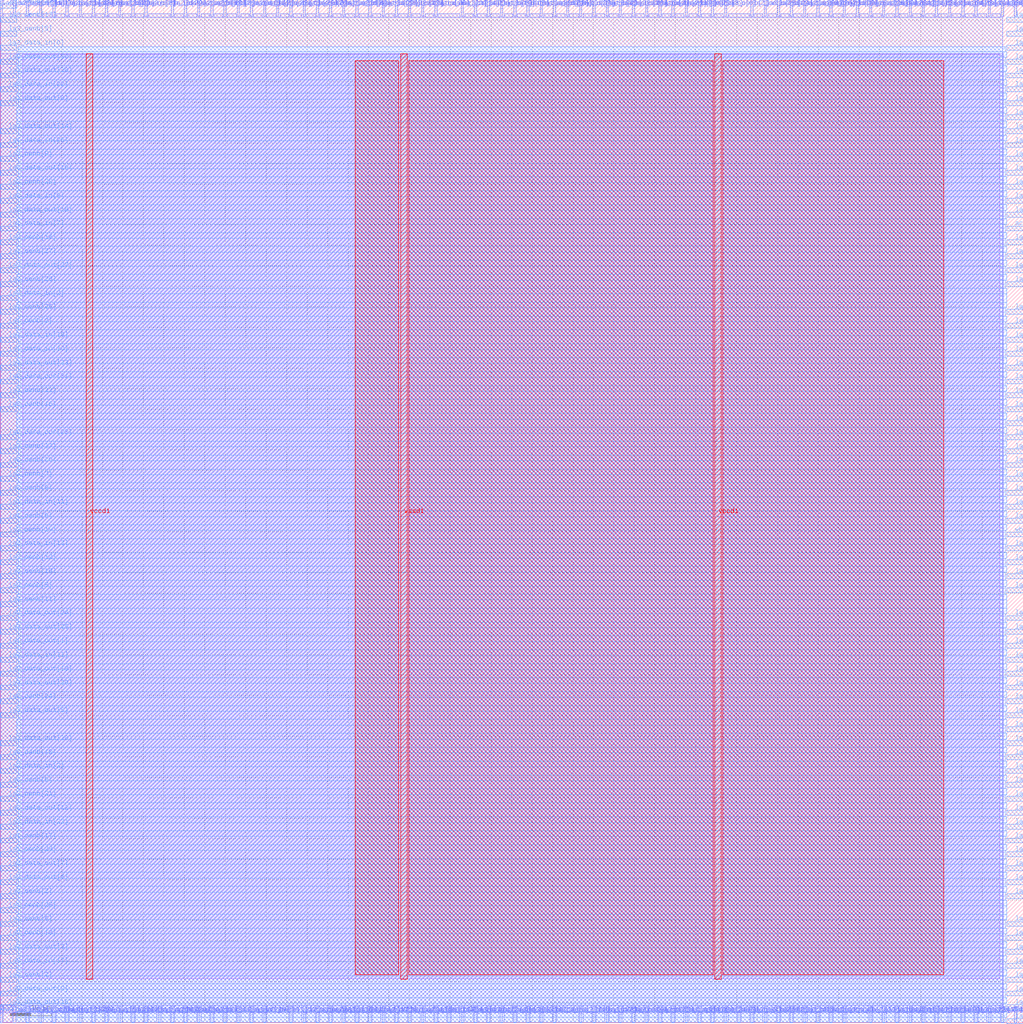
<source format=lef>
VERSION 5.7 ;
  NOWIREEXTENSIONATPIN ON ;
  DIVIDERCHAR "/" ;
  BUSBITCHARS "[]" ;
MACRO wrapped_instrumented_adder_brent
  CLASS BLOCK ;
  FOREIGN wrapped_instrumented_adder_brent ;
  ORIGIN 0.000 0.000 ;
  SIZE 250.000 BY 250.000 ;
  PIN active
    DIRECTION INPUT ;
    USE SIGNAL ;
    PORT
      LAYER met3 ;
        RECT 246.000 193.540 250.000 194.740 ;
    END
  END active
  PIN la1_data_in[0]
    DIRECTION INPUT ;
    USE SIGNAL ;
    PORT
      LAYER met2 ;
        RECT 64.350 246.000 64.910 250.000 ;
    END
  END la1_data_in[0]
  PIN la1_data_in[10]
    DIRECTION INPUT ;
    USE SIGNAL ;
    PORT
      LAYER met3 ;
        RECT 0.000 162.940 4.000 164.140 ;
    END
  END la1_data_in[10]
  PIN la1_data_in[11]
    DIRECTION INPUT ;
    USE SIGNAL ;
    PORT
      LAYER met3 ;
        RECT 0.000 125.540 4.000 126.740 ;
    END
  END la1_data_in[11]
  PIN la1_data_in[12]
    DIRECTION INPUT ;
    USE SIGNAL ;
    PORT
      LAYER met2 ;
        RECT 12.830 246.000 13.390 250.000 ;
    END
  END la1_data_in[12]
  PIN la1_data_in[13]
    DIRECTION INPUT ;
    USE SIGNAL ;
    PORT
      LAYER met3 ;
        RECT 246.000 169.740 250.000 170.940 ;
    END
  END la1_data_in[13]
  PIN la1_data_in[14]
    DIRECTION INPUT ;
    USE SIGNAL ;
    PORT
      LAYER met2 ;
        RECT 148.070 0.000 148.630 4.000 ;
    END
  END la1_data_in[14]
  PIN la1_data_in[15]
    DIRECTION INPUT ;
    USE SIGNAL ;
    PORT
      LAYER met2 ;
        RECT 77.230 0.000 77.790 4.000 ;
    END
  END la1_data_in[15]
  PIN la1_data_in[16]
    DIRECTION INPUT ;
    USE SIGNAL ;
    PORT
      LAYER met2 ;
        RECT 148.070 246.000 148.630 250.000 ;
    END
  END la1_data_in[16]
  PIN la1_data_in[17]
    DIRECTION INPUT ;
    USE SIGNAL ;
    PORT
      LAYER met2 ;
        RECT 93.330 246.000 93.890 250.000 ;
    END
  END la1_data_in[17]
  PIN la1_data_in[18]
    DIRECTION INPUT ;
    USE SIGNAL ;
    PORT
      LAYER met3 ;
        RECT 0.000 166.340 4.000 167.540 ;
    END
  END la1_data_in[18]
  PIN la1_data_in[19]
    DIRECTION INPUT ;
    USE SIGNAL ;
    PORT
      LAYER met3 ;
        RECT 246.000 20.140 250.000 21.340 ;
    END
  END la1_data_in[19]
  PIN la1_data_in[1]
    DIRECTION INPUT ;
    USE SIGNAL ;
    PORT
      LAYER met2 ;
        RECT 109.430 0.000 109.990 4.000 ;
    END
  END la1_data_in[1]
  PIN la1_data_in[20]
    DIRECTION INPUT ;
    USE SIGNAL ;
    PORT
      LAYER met2 ;
        RECT 180.270 0.000 180.830 4.000 ;
    END
  END la1_data_in[20]
  PIN la1_data_in[21]
    DIRECTION INPUT ;
    USE SIGNAL ;
    PORT
      LAYER met3 ;
        RECT 246.000 47.340 250.000 48.540 ;
    END
  END la1_data_in[21]
  PIN la1_data_in[22]
    DIRECTION INPUT ;
    USE SIGNAL ;
    PORT
      LAYER met2 ;
        RECT 235.010 0.000 235.570 4.000 ;
    END
  END la1_data_in[22]
  PIN la1_data_in[23]
    DIRECTION INPUT ;
    USE SIGNAL ;
    PORT
      LAYER met2 ;
        RECT 218.910 0.000 219.470 4.000 ;
    END
  END la1_data_in[23]
  PIN la1_data_in[24]
    DIRECTION INPUT ;
    USE SIGNAL ;
    PORT
      LAYER met3 ;
        RECT 246.000 3.140 250.000 4.340 ;
    END
  END la1_data_in[24]
  PIN la1_data_in[25]
    DIRECTION INPUT ;
    USE SIGNAL ;
    PORT
      LAYER met2 ;
        RECT 241.450 0.000 242.010 4.000 ;
    END
  END la1_data_in[25]
  PIN la1_data_in[26]
    DIRECTION INPUT ;
    USE SIGNAL ;
    PORT
      LAYER met3 ;
        RECT 0.000 213.940 4.000 215.140 ;
    END
  END la1_data_in[26]
  PIN la1_data_in[27]
    DIRECTION INPUT ;
    USE SIGNAL ;
    PORT
      LAYER met3 ;
        RECT 246.000 230.940 250.000 232.140 ;
    END
  END la1_data_in[27]
  PIN la1_data_in[28]
    DIRECTION INPUT ;
    USE SIGNAL ;
    PORT
      LAYER met3 ;
        RECT 246.000 145.940 250.000 147.140 ;
    END
  END la1_data_in[28]
  PIN la1_data_in[29]
    DIRECTION INPUT ;
    USE SIGNAL ;
    PORT
      LAYER met3 ;
        RECT 246.000 115.340 250.000 116.540 ;
    END
  END la1_data_in[29]
  PIN la1_data_in[2]
    DIRECTION INPUT ;
    USE SIGNAL ;
    PORT
      LAYER met2 ;
        RECT 25.710 0.000 26.270 4.000 ;
    END
  END la1_data_in[2]
  PIN la1_data_in[30]
    DIRECTION INPUT ;
    USE SIGNAL ;
    PORT
      LAYER met3 ;
        RECT 246.000 37.140 250.000 38.340 ;
    END
  END la1_data_in[30]
  PIN la1_data_in[31]
    DIRECTION INPUT ;
    USE SIGNAL ;
    PORT
      LAYER met2 ;
        RECT 9.610 246.000 10.170 250.000 ;
    END
  END la1_data_in[31]
  PIN la1_data_in[3]
    DIRECTION INPUT ;
    USE SIGNAL ;
    PORT
      LAYER met2 ;
        RECT 206.030 0.000 206.590 4.000 ;
    END
  END la1_data_in[3]
  PIN la1_data_in[4]
    DIRECTION INPUT ;
    USE SIGNAL ;
    PORT
      LAYER met2 ;
        RECT 199.590 0.000 200.150 4.000 ;
    END
  END la1_data_in[4]
  PIN la1_data_in[5]
    DIRECTION INPUT ;
    USE SIGNAL ;
    PORT
      LAYER met3 ;
        RECT 246.000 166.340 250.000 167.540 ;
    END
  END la1_data_in[5]
  PIN la1_data_in[6]
    DIRECTION INPUT ;
    USE SIGNAL ;
    PORT
      LAYER met3 ;
        RECT 246.000 43.940 250.000 45.140 ;
    END
  END la1_data_in[6]
  PIN la1_data_in[7]
    DIRECTION INPUT ;
    USE SIGNAL ;
    PORT
      LAYER met3 ;
        RECT 0.000 193.540 4.000 194.740 ;
    END
  END la1_data_in[7]
  PIN la1_data_in[8]
    DIRECTION INPUT ;
    USE SIGNAL ;
    PORT
      LAYER met2 ;
        RECT 196.370 0.000 196.930 4.000 ;
    END
  END la1_data_in[8]
  PIN la1_data_in[9]
    DIRECTION INPUT ;
    USE SIGNAL ;
    PORT
      LAYER met2 ;
        RECT 177.050 0.000 177.610 4.000 ;
    END
  END la1_data_in[9]
  PIN la1_data_out[0]
    DIRECTION INOUT ;
    USE SIGNAL ;
    PORT
      LAYER met3 ;
        RECT 0.000 224.140 4.000 225.340 ;
    END
  END la1_data_out[0]
  PIN la1_data_out[10]
    DIRECTION INOUT ;
    USE SIGNAL ;
    PORT
      LAYER met2 ;
        RECT 160.950 246.000 161.510 250.000 ;
    END
  END la1_data_out[10]
  PIN la1_data_out[11]
    DIRECTION INOUT ;
    USE SIGNAL ;
    PORT
      LAYER met2 ;
        RECT 99.770 0.000 100.330 4.000 ;
    END
  END la1_data_out[11]
  PIN la1_data_out[12]
    DIRECTION INOUT ;
    USE SIGNAL ;
    PORT
      LAYER met3 ;
        RECT 246.000 190.140 250.000 191.340 ;
    END
  END la1_data_out[12]
  PIN la1_data_out[13]
    DIRECTION INOUT ;
    USE SIGNAL ;
    PORT
      LAYER met3 ;
        RECT 246.000 139.140 250.000 140.340 ;
    END
  END la1_data_out[13]
  PIN la1_data_out[14]
    DIRECTION INOUT ;
    USE SIGNAL ;
    PORT
      LAYER met2 ;
        RECT 106.210 246.000 106.770 250.000 ;
    END
  END la1_data_out[14]
  PIN la1_data_out[15]
    DIRECTION INOUT ;
    USE SIGNAL ;
    PORT
      LAYER met2 ;
        RECT 54.690 0.000 55.250 4.000 ;
    END
  END la1_data_out[15]
  PIN la1_data_out[16]
    DIRECTION INOUT ;
    USE SIGNAL ;
    PORT
      LAYER met2 ;
        RECT 125.530 246.000 126.090 250.000 ;
    END
  END la1_data_out[16]
  PIN la1_data_out[17]
    DIRECTION INOUT ;
    USE SIGNAL ;
    PORT
      LAYER met2 ;
        RECT 54.690 246.000 55.250 250.000 ;
    END
  END la1_data_out[17]
  PIN la1_data_out[18]
    DIRECTION INOUT ;
    USE SIGNAL ;
    PORT
      LAYER met2 ;
        RECT 128.750 246.000 129.310 250.000 ;
    END
  END la1_data_out[18]
  PIN la1_data_out[19]
    DIRECTION INOUT ;
    USE SIGNAL ;
    PORT
      LAYER met3 ;
        RECT 246.000 81.340 250.000 82.540 ;
    END
  END la1_data_out[19]
  PIN la1_data_out[1]
    DIRECTION INOUT ;
    USE SIGNAL ;
    PORT
      LAYER met3 ;
        RECT 0.000 91.540 4.000 92.740 ;
    END
  END la1_data_out[1]
  PIN la1_data_out[20]
    DIRECTION INOUT ;
    USE SIGNAL ;
    PORT
      LAYER met3 ;
        RECT 0.000 230.940 4.000 232.140 ;
    END
  END la1_data_out[20]
  PIN la1_data_out[21]
    DIRECTION INOUT ;
    USE SIGNAL ;
    PORT
      LAYER met2 ;
        RECT 167.390 0.000 167.950 4.000 ;
    END
  END la1_data_out[21]
  PIN la1_data_out[22]
    DIRECTION INOUT ;
    USE SIGNAL ;
    PORT
      LAYER met2 ;
        RECT 19.270 246.000 19.830 250.000 ;
    END
  END la1_data_out[22]
  PIN la1_data_out[23]
    DIRECTION INOUT ;
    USE SIGNAL ;
    PORT
      LAYER met3 ;
        RECT 0.000 159.540 4.000 160.740 ;
    END
  END la1_data_out[23]
  PIN la1_data_out[24]
    DIRECTION INOUT ;
    USE SIGNAL ;
    PORT
      LAYER met2 ;
        RECT 215.690 0.000 216.250 4.000 ;
    END
  END la1_data_out[24]
  PIN la1_data_out[25]
    DIRECTION INOUT ;
    USE SIGNAL ;
    PORT
      LAYER met2 ;
        RECT 235.010 246.000 235.570 250.000 ;
    END
  END la1_data_out[25]
  PIN la1_data_out[26]
    DIRECTION INOUT ;
    USE SIGNAL ;
    PORT
      LAYER met3 ;
        RECT 246.000 237.740 250.000 238.940 ;
    END
  END la1_data_out[26]
  PIN la1_data_out[27]
    DIRECTION INOUT ;
    USE SIGNAL ;
    PORT
      LAYER met3 ;
        RECT 246.000 105.140 250.000 106.340 ;
    END
  END la1_data_out[27]
  PIN la1_data_out[28]
    DIRECTION INOUT ;
    USE SIGNAL ;
    PORT
      LAYER met3 ;
        RECT 246.000 207.140 250.000 208.340 ;
    END
  END la1_data_out[28]
  PIN la1_data_out[29]
    DIRECTION INOUT ;
    USE SIGNAL ;
    PORT
      LAYER met2 ;
        RECT 193.150 246.000 193.710 250.000 ;
    END
  END la1_data_out[29]
  PIN la1_data_out[2]
    DIRECTION INOUT ;
    USE SIGNAL ;
    PORT
      LAYER met2 ;
        RECT 225.350 0.000 225.910 4.000 ;
    END
  END la1_data_out[2]
  PIN la1_data_out[30]
    DIRECTION INOUT ;
    USE SIGNAL ;
    PORT
      LAYER met2 ;
        RECT 38.590 0.000 39.150 4.000 ;
    END
  END la1_data_out[30]
  PIN la1_data_out[31]
    DIRECTION INOUT ;
    USE SIGNAL ;
    PORT
      LAYER met2 ;
        RECT 212.470 246.000 213.030 250.000 ;
    END
  END la1_data_out[31]
  PIN la1_data_out[3]
    DIRECTION INOUT ;
    USE SIGNAL ;
    PORT
      LAYER met2 ;
        RECT 86.890 0.000 87.450 4.000 ;
    END
  END la1_data_out[3]
  PIN la1_data_out[4]
    DIRECTION INOUT ;
    USE SIGNAL ;
    PORT
      LAYER met3 ;
        RECT 246.000 128.940 250.000 130.140 ;
    END
  END la1_data_out[4]
  PIN la1_data_out[5]
    DIRECTION INOUT ;
    USE SIGNAL ;
    PORT
      LAYER met2 ;
        RECT 19.270 0.000 19.830 4.000 ;
    END
  END la1_data_out[5]
  PIN la1_data_out[6]
    DIRECTION INOUT ;
    USE SIGNAL ;
    PORT
      LAYER met3 ;
        RECT 246.000 196.940 250.000 198.140 ;
    END
  END la1_data_out[6]
  PIN la1_data_out[7]
    DIRECTION INOUT ;
    USE SIGNAL ;
    PORT
      LAYER met2 ;
        RECT 135.190 246.000 135.750 250.000 ;
    END
  END la1_data_out[7]
  PIN la1_data_out[8]
    DIRECTION INOUT ;
    USE SIGNAL ;
    PORT
      LAYER met2 ;
        RECT 199.590 246.000 200.150 250.000 ;
    END
  END la1_data_out[8]
  PIN la1_data_out[9]
    DIRECTION INOUT ;
    USE SIGNAL ;
    PORT
      LAYER met3 ;
        RECT 246.000 60.940 250.000 62.140 ;
    END
  END la1_data_out[9]
  PIN la1_oenb[0]
    DIRECTION INPUT ;
    USE SIGNAL ;
    PORT
      LAYER met2 ;
        RECT 74.010 246.000 74.570 250.000 ;
    END
  END la1_oenb[0]
  PIN la1_oenb[10]
    DIRECTION INPUT ;
    USE SIGNAL ;
    PORT
      LAYER met3 ;
        RECT 246.000 98.340 250.000 99.540 ;
    END
  END la1_oenb[10]
  PIN la1_oenb[11]
    DIRECTION INPUT ;
    USE SIGNAL ;
    PORT
      LAYER met3 ;
        RECT 246.000 67.740 250.000 68.940 ;
    END
  END la1_oenb[11]
  PIN la1_oenb[12]
    DIRECTION INPUT ;
    USE SIGNAL ;
    PORT
      LAYER met3 ;
        RECT 246.000 135.740 250.000 136.940 ;
    END
  END la1_oenb[12]
  PIN la1_oenb[13]
    DIRECTION INPUT ;
    USE SIGNAL ;
    PORT
      LAYER met2 ;
        RECT 64.350 0.000 64.910 4.000 ;
    END
  END la1_oenb[13]
  PIN la1_oenb[14]
    DIRECTION INPUT ;
    USE SIGNAL ;
    PORT
      LAYER met3 ;
        RECT 246.000 217.340 250.000 218.540 ;
    END
  END la1_oenb[14]
  PIN la1_oenb[15]
    DIRECTION INPUT ;
    USE SIGNAL ;
    PORT
      LAYER met2 ;
        RECT 96.550 246.000 97.110 250.000 ;
    END
  END la1_oenb[15]
  PIN la1_oenb[16]
    DIRECTION INPUT ;
    USE SIGNAL ;
    PORT
      LAYER met2 ;
        RECT 122.310 246.000 122.870 250.000 ;
    END
  END la1_oenb[16]
  PIN la1_oenb[17]
    DIRECTION INPUT ;
    USE SIGNAL ;
    PORT
      LAYER met3 ;
        RECT 0.000 43.940 4.000 45.140 ;
    END
  END la1_oenb[17]
  PIN la1_oenb[18]
    DIRECTION INPUT ;
    USE SIGNAL ;
    PORT
      LAYER met2 ;
        RECT 131.970 246.000 132.530 250.000 ;
    END
  END la1_oenb[18]
  PIN la1_oenb[19]
    DIRECTION INPUT ;
    USE SIGNAL ;
    PORT
      LAYER met3 ;
        RECT 246.000 23.540 250.000 24.740 ;
    END
  END la1_oenb[19]
  PIN la1_oenb[1]
    DIRECTION INPUT ;
    USE SIGNAL ;
    PORT
      LAYER met3 ;
        RECT 246.000 241.140 250.000 242.340 ;
    END
  END la1_oenb[1]
  PIN la1_oenb[20]
    DIRECTION INPUT ;
    USE SIGNAL ;
    PORT
      LAYER met2 ;
        RECT 106.210 0.000 106.770 4.000 ;
    END
  END la1_oenb[20]
  PIN la1_oenb[21]
    DIRECTION INPUT ;
    USE SIGNAL ;
    PORT
      LAYER met2 ;
        RECT 112.650 246.000 113.210 250.000 ;
    END
  END la1_oenb[21]
  PIN la1_oenb[22]
    DIRECTION INPUT ;
    USE SIGNAL ;
    PORT
      LAYER met2 ;
        RECT 61.130 0.000 61.690 4.000 ;
    END
  END la1_oenb[22]
  PIN la1_oenb[23]
    DIRECTION INPUT ;
    USE SIGNAL ;
    PORT
      LAYER met3 ;
        RECT 0.000 247.940 4.000 249.140 ;
    END
  END la1_oenb[23]
  PIN la1_oenb[24]
    DIRECTION INPUT ;
    USE SIGNAL ;
    PORT
      LAYER met2 ;
        RECT 247.890 0.000 248.450 4.000 ;
    END
  END la1_oenb[24]
  PIN la1_oenb[25]
    DIRECTION INPUT ;
    USE SIGNAL ;
    PORT
      LAYER met3 ;
        RECT 0.000 26.940 4.000 28.140 ;
    END
  END la1_oenb[25]
  PIN la1_oenb[26]
    DIRECTION INPUT ;
    USE SIGNAL ;
    PORT
      LAYER met3 ;
        RECT 0.000 173.140 4.000 174.340 ;
    END
  END la1_oenb[26]
  PIN la1_oenb[27]
    DIRECTION INPUT ;
    USE SIGNAL ;
    PORT
      LAYER met3 ;
        RECT 0.000 186.740 4.000 187.940 ;
    END
  END la1_oenb[27]
  PIN la1_oenb[28]
    DIRECTION INPUT ;
    USE SIGNAL ;
    PORT
      LAYER met3 ;
        RECT 0.000 40.540 4.000 41.740 ;
    END
  END la1_oenb[28]
  PIN la1_oenb[29]
    DIRECTION INPUT ;
    USE SIGNAL ;
    PORT
      LAYER met3 ;
        RECT 246.000 71.140 250.000 72.340 ;
    END
  END la1_oenb[29]
  PIN la1_oenb[2]
    DIRECTION INPUT ;
    USE SIGNAL ;
    PORT
      LAYER met3 ;
        RECT 0.000 169.740 4.000 170.940 ;
    END
  END la1_oenb[2]
  PIN la1_oenb[30]
    DIRECTION INPUT ;
    USE SIGNAL ;
    PORT
      LAYER met3 ;
        RECT 246.000 152.740 250.000 153.940 ;
    END
  END la1_oenb[30]
  PIN la1_oenb[31]
    DIRECTION INPUT ;
    USE SIGNAL ;
    PORT
      LAYER met2 ;
        RECT 25.710 246.000 26.270 250.000 ;
    END
  END la1_oenb[31]
  PIN la1_oenb[3]
    DIRECTION INPUT ;
    USE SIGNAL ;
    PORT
      LAYER met2 ;
        RECT 57.910 0.000 58.470 4.000 ;
    END
  END la1_oenb[3]
  PIN la1_oenb[4]
    DIRECTION INPUT ;
    USE SIGNAL ;
    PORT
      LAYER met2 ;
        RECT 28.930 0.000 29.490 4.000 ;
    END
  END la1_oenb[4]
  PIN la1_oenb[5]
    DIRECTION INPUT ;
    USE SIGNAL ;
    PORT
      LAYER met2 ;
        RECT 83.670 246.000 84.230 250.000 ;
    END
  END la1_oenb[5]
  PIN la1_oenb[6]
    DIRECTION INPUT ;
    USE SIGNAL ;
    PORT
      LAYER met3 ;
        RECT 0.000 23.540 4.000 24.740 ;
    END
  END la1_oenb[6]
  PIN la1_oenb[7]
    DIRECTION INPUT ;
    USE SIGNAL ;
    PORT
      LAYER met3 ;
        RECT 246.000 213.940 250.000 215.140 ;
    END
  END la1_oenb[7]
  PIN la1_oenb[8]
    DIRECTION INPUT ;
    USE SIGNAL ;
    PORT
      LAYER met3 ;
        RECT 0.000 122.140 4.000 123.340 ;
    END
  END la1_oenb[8]
  PIN la1_oenb[9]
    DIRECTION INPUT ;
    USE SIGNAL ;
    PORT
      LAYER met2 ;
        RECT 228.570 0.000 229.130 4.000 ;
    END
  END la1_oenb[9]
  PIN la2_data_in[0]
    DIRECTION INPUT ;
    USE SIGNAL ;
    PORT
      LAYER met3 ;
        RECT 0.000 237.740 4.000 238.940 ;
    END
  END la2_data_in[0]
  PIN la2_data_in[10]
    DIRECTION INPUT ;
    USE SIGNAL ;
    PORT
      LAYER met2 ;
        RECT 12.830 0.000 13.390 4.000 ;
    END
  END la2_data_in[10]
  PIN la2_data_in[11]
    DIRECTION INPUT ;
    USE SIGNAL ;
    PORT
      LAYER met3 ;
        RECT 0.000 88.140 4.000 89.340 ;
    END
  END la2_data_in[11]
  PIN la2_data_in[12]
    DIRECTION INPUT ;
    USE SIGNAL ;
    PORT
      LAYER met2 ;
        RECT 218.910 246.000 219.470 250.000 ;
    END
  END la2_data_in[12]
  PIN la2_data_in[13]
    DIRECTION INPUT ;
    USE SIGNAL ;
    PORT
      LAYER met3 ;
        RECT 0.000 115.340 4.000 116.540 ;
    END
  END la2_data_in[13]
  PIN la2_data_in[14]
    DIRECTION INPUT ;
    USE SIGNAL ;
    PORT
      LAYER met2 ;
        RECT 80.450 0.000 81.010 4.000 ;
    END
  END la2_data_in[14]
  PIN la2_data_in[15]
    DIRECTION INPUT ;
    USE SIGNAL ;
    PORT
      LAYER met2 ;
        RECT 238.230 246.000 238.790 250.000 ;
    END
  END la2_data_in[15]
  PIN la2_data_in[16]
    DIRECTION INPUT ;
    USE SIGNAL ;
    PORT
      LAYER met3 ;
        RECT 246.000 -0.260 250.000 0.940 ;
    END
  END la2_data_in[16]
  PIN la2_data_in[17]
    DIRECTION INPUT ;
    USE SIGNAL ;
    PORT
      LAYER met3 ;
        RECT 246.000 159.540 250.000 160.740 ;
    END
  END la2_data_in[17]
  PIN la2_data_in[18]
    DIRECTION INPUT ;
    USE SIGNAL ;
    PORT
      LAYER met2 ;
        RECT 45.030 246.000 45.590 250.000 ;
    END
  END la2_data_in[18]
  PIN la2_data_in[19]
    DIRECTION INPUT ;
    USE SIGNAL ;
    PORT
      LAYER met3 ;
        RECT 246.000 6.540 250.000 7.740 ;
    END
  END la2_data_in[19]
  PIN la2_data_in[1]
    DIRECTION INPUT ;
    USE SIGNAL ;
    PORT
      LAYER met3 ;
        RECT 246.000 108.540 250.000 109.740 ;
    END
  END la2_data_in[1]
  PIN la2_data_in[20]
    DIRECTION INPUT ;
    USE SIGNAL ;
    PORT
      LAYER met2 ;
        RECT 41.810 0.000 42.370 4.000 ;
    END
  END la2_data_in[20]
  PIN la2_data_in[21]
    DIRECTION INPUT ;
    USE SIGNAL ;
    PORT
      LAYER met2 ;
        RECT 141.630 0.000 142.190 4.000 ;
    END
  END la2_data_in[21]
  PIN la2_data_in[22]
    DIRECTION INPUT ;
    USE SIGNAL ;
    PORT
      LAYER met2 ;
        RECT 61.130 246.000 61.690 250.000 ;
    END
  END la2_data_in[22]
  PIN la2_data_in[23]
    DIRECTION INPUT ;
    USE SIGNAL ;
    PORT
      LAYER met2 ;
        RECT 228.570 246.000 229.130 250.000 ;
    END
  END la2_data_in[23]
  PIN la2_data_in[24]
    DIRECTION INPUT ;
    USE SIGNAL ;
    PORT
      LAYER met2 ;
        RECT 80.450 246.000 81.010 250.000 ;
    END
  END la2_data_in[24]
  PIN la2_data_in[25]
    DIRECTION INPUT ;
    USE SIGNAL ;
    PORT
      LAYER met2 ;
        RECT 102.990 0.000 103.550 4.000 ;
    END
  END la2_data_in[25]
  PIN la2_data_in[26]
    DIRECTION INPUT ;
    USE SIGNAL ;
    PORT
      LAYER met2 ;
        RECT 99.770 246.000 100.330 250.000 ;
    END
  END la2_data_in[26]
  PIN la2_data_in[27]
    DIRECTION INPUT ;
    USE SIGNAL ;
    PORT
      LAYER met2 ;
        RECT 231.790 0.000 232.350 4.000 ;
    END
  END la2_data_in[27]
  PIN la2_data_in[28]
    DIRECTION INPUT ;
    USE SIGNAL ;
    PORT
      LAYER met2 ;
        RECT 67.570 246.000 68.130 250.000 ;
    END
  END la2_data_in[28]
  PIN la2_data_in[29]
    DIRECTION INPUT ;
    USE SIGNAL ;
    PORT
      LAYER met2 ;
        RECT 35.370 246.000 35.930 250.000 ;
    END
  END la2_data_in[29]
  PIN la2_data_in[2]
    DIRECTION INPUT ;
    USE SIGNAL ;
    PORT
      LAYER met3 ;
        RECT 0.000 60.940 4.000 62.140 ;
    END
  END la2_data_in[2]
  PIN la2_data_in[30]
    DIRECTION INPUT ;
    USE SIGNAL ;
    PORT
      LAYER met3 ;
        RECT 246.000 16.740 250.000 17.940 ;
    END
  END la2_data_in[30]
  PIN la2_data_in[31]
    DIRECTION INPUT ;
    USE SIGNAL ;
    PORT
      LAYER met2 ;
        RECT 122.310 0.000 122.870 4.000 ;
    END
  END la2_data_in[31]
  PIN la2_data_in[3]
    DIRECTION INPUT ;
    USE SIGNAL ;
    PORT
      LAYER met2 ;
        RECT 196.370 246.000 196.930 250.000 ;
    END
  END la2_data_in[3]
  PIN la2_data_in[4]
    DIRECTION INPUT ;
    USE SIGNAL ;
    PORT
      LAYER met2 ;
        RECT 154.510 246.000 155.070 250.000 ;
    END
  END la2_data_in[4]
  PIN la2_data_in[5]
    DIRECTION INPUT ;
    USE SIGNAL ;
    PORT
      LAYER met2 ;
        RECT 222.130 246.000 222.690 250.000 ;
    END
  END la2_data_in[5]
  PIN la2_data_in[6]
    DIRECTION INPUT ;
    USE SIGNAL ;
    PORT
      LAYER met2 ;
        RECT 135.190 0.000 135.750 4.000 ;
    END
  END la2_data_in[6]
  PIN la2_data_in[7]
    DIRECTION INPUT ;
    USE SIGNAL ;
    PORT
      LAYER met2 ;
        RECT 189.930 0.000 190.490 4.000 ;
    END
  END la2_data_in[7]
  PIN la2_data_in[8]
    DIRECTION INPUT ;
    USE SIGNAL ;
    PORT
      LAYER met2 ;
        RECT 57.910 246.000 58.470 250.000 ;
    END
  END la2_data_in[8]
  PIN la2_data_in[9]
    DIRECTION INPUT ;
    USE SIGNAL ;
    PORT
      LAYER met3 ;
        RECT 0.000 200.340 4.000 201.540 ;
    END
  END la2_data_in[9]
  PIN la2_data_out[0]
    DIRECTION INOUT ;
    USE SIGNAL ;
    PORT
      LAYER met3 ;
        RECT 246.000 132.340 250.000 133.540 ;
    END
  END la2_data_out[0]
  PIN la2_data_out[10]
    DIRECTION INOUT ;
    USE SIGNAL ;
    PORT
      LAYER met3 ;
        RECT 246.000 156.140 250.000 157.340 ;
    END
  END la2_data_out[10]
  PIN la2_data_out[11]
    DIRECTION INOUT ;
    USE SIGNAL ;
    PORT
      LAYER met2 ;
        RECT -0.050 246.000 0.510 250.000 ;
    END
  END la2_data_out[11]
  PIN la2_data_out[12]
    DIRECTION INOUT ;
    USE SIGNAL ;
    PORT
      LAYER met3 ;
        RECT 0.000 50.740 4.000 51.940 ;
    END
  END la2_data_out[12]
  PIN la2_data_out[13]
    DIRECTION INOUT ;
    USE SIGNAL ;
    PORT
      LAYER met2 ;
        RECT 160.950 0.000 161.510 4.000 ;
    END
  END la2_data_out[13]
  PIN la2_data_out[14]
    DIRECTION INOUT ;
    USE SIGNAL ;
    PORT
      LAYER met3 ;
        RECT 0.000 217.340 4.000 218.540 ;
    END
  END la2_data_out[14]
  PIN la2_data_out[15]
    DIRECTION INOUT ;
    USE SIGNAL ;
    PORT
      LAYER met3 ;
        RECT 0.000 196.940 4.000 198.140 ;
    END
  END la2_data_out[15]
  PIN la2_data_out[16]
    DIRECTION INOUT ;
    USE SIGNAL ;
    PORT
      LAYER met2 ;
        RECT 77.230 246.000 77.790 250.000 ;
    END
  END la2_data_out[16]
  PIN la2_data_out[17]
    DIRECTION INOUT ;
    USE SIGNAL ;
    PORT
      LAYER met2 ;
        RECT 86.890 246.000 87.450 250.000 ;
    END
  END la2_data_out[17]
  PIN la2_data_out[18]
    DIRECTION INOUT ;
    USE SIGNAL ;
    PORT
      LAYER met3 ;
        RECT 0.000 84.740 4.000 85.940 ;
    END
  END la2_data_out[18]
  PIN la2_data_out[19]
    DIRECTION INOUT ;
    USE SIGNAL ;
    PORT
      LAYER met2 ;
        RECT 41.810 246.000 42.370 250.000 ;
    END
  END la2_data_out[19]
  PIN la2_data_out[1]
    DIRECTION INOUT ;
    USE SIGNAL ;
    PORT
      LAYER met3 ;
        RECT 246.000 234.340 250.000 235.540 ;
    END
  END la2_data_out[1]
  PIN la2_data_out[20]
    DIRECTION INOUT ;
    USE SIGNAL ;
    PORT
      LAYER met3 ;
        RECT 0.000 67.740 4.000 68.940 ;
    END
  END la2_data_out[20]
  PIN la2_data_out[21]
    DIRECTION INOUT ;
    USE SIGNAL ;
    PORT
      LAYER met2 ;
        RECT 93.330 0.000 93.890 4.000 ;
    END
  END la2_data_out[21]
  PIN la2_data_out[22]
    DIRECTION INOUT ;
    USE SIGNAL ;
    PORT
      LAYER met3 ;
        RECT 246.000 149.340 250.000 150.540 ;
    END
  END la2_data_out[22]
  PIN la2_data_out[23]
    DIRECTION INOUT ;
    USE SIGNAL ;
    PORT
      LAYER met3 ;
        RECT 0.000 142.540 4.000 143.740 ;
    END
  END la2_data_out[23]
  PIN la2_data_out[24]
    DIRECTION INOUT ;
    USE SIGNAL ;
    PORT
      LAYER met3 ;
        RECT 0.000 98.340 4.000 99.540 ;
    END
  END la2_data_out[24]
  PIN la2_data_out[25]
    DIRECTION INOUT ;
    USE SIGNAL ;
    PORT
      LAYER met2 ;
        RECT 206.030 246.000 206.590 250.000 ;
    END
  END la2_data_out[25]
  PIN la2_data_out[26]
    DIRECTION INOUT ;
    USE SIGNAL ;
    PORT
      LAYER met2 ;
        RECT 96.550 0.000 97.110 4.000 ;
    END
  END la2_data_out[26]
  PIN la2_data_out[27]
    DIRECTION INOUT ;
    USE SIGNAL ;
    PORT
      LAYER met2 ;
        RECT 189.930 246.000 190.490 250.000 ;
    END
  END la2_data_out[27]
  PIN la2_data_out[28]
    DIRECTION INOUT ;
    USE SIGNAL ;
    PORT
      LAYER met3 ;
        RECT 246.000 142.540 250.000 143.740 ;
    END
  END la2_data_out[28]
  PIN la2_data_out[29]
    DIRECTION INOUT ;
    USE SIGNAL ;
    PORT
      LAYER met2 ;
        RECT 212.470 0.000 213.030 4.000 ;
    END
  END la2_data_out[29]
  PIN la2_data_out[2]
    DIRECTION INOUT ;
    USE SIGNAL ;
    PORT
      LAYER met3 ;
        RECT 0.000 6.540 4.000 7.740 ;
    END
  END la2_data_out[2]
  PIN la2_data_out[30]
    DIRECTION INOUT ;
    USE SIGNAL ;
    PORT
      LAYER met3 ;
        RECT 0.000 234.340 4.000 235.540 ;
    END
  END la2_data_out[30]
  PIN la2_data_out[31]
    DIRECTION INOUT ;
    USE SIGNAL ;
    PORT
      LAYER met3 ;
        RECT 0.000 156.140 4.000 157.340 ;
    END
  END la2_data_out[31]
  PIN la2_data_out[3]
    DIRECTION INOUT ;
    USE SIGNAL ;
    PORT
      LAYER met3 ;
        RECT 0.000 16.740 4.000 17.940 ;
    END
  END la2_data_out[3]
  PIN la2_data_out[4]
    DIRECTION INOUT ;
    USE SIGNAL ;
    PORT
      LAYER met3 ;
        RECT 0.000 33.740 4.000 34.940 ;
    END
  END la2_data_out[4]
  PIN la2_data_out[5]
    DIRECTION INOUT ;
    USE SIGNAL ;
    PORT
      LAYER met2 ;
        RECT 154.510 0.000 155.070 4.000 ;
    END
  END la2_data_out[5]
  PIN la2_data_out[6]
    DIRECTION INOUT ;
    USE SIGNAL ;
    PORT
      LAYER met2 ;
        RECT 74.010 0.000 74.570 4.000 ;
    END
  END la2_data_out[6]
  PIN la2_data_out[7]
    DIRECTION INOUT ;
    USE SIGNAL ;
    PORT
      LAYER met3 ;
        RECT 0.000 37.140 4.000 38.340 ;
    END
  END la2_data_out[7]
  PIN la2_data_out[8]
    DIRECTION INOUT ;
    USE SIGNAL ;
    PORT
      LAYER met3 ;
        RECT 246.000 40.540 250.000 41.740 ;
    END
  END la2_data_out[8]
  PIN la2_data_out[9]
    DIRECTION INOUT ;
    USE SIGNAL ;
    PORT
      LAYER met3 ;
        RECT 246.000 77.940 250.000 79.140 ;
    END
  END la2_data_out[9]
  PIN la2_oenb[0]
    DIRECTION INPUT ;
    USE SIGNAL ;
    PORT
      LAYER met2 ;
        RECT 173.830 246.000 174.390 250.000 ;
    END
  END la2_oenb[0]
  PIN la2_oenb[10]
    DIRECTION INPUT ;
    USE SIGNAL ;
    PORT
      LAYER met3 ;
        RECT 0.000 118.740 4.000 119.940 ;
    END
  END la2_oenb[10]
  PIN la2_oenb[11]
    DIRECTION INPUT ;
    USE SIGNAL ;
    PORT
      LAYER met2 ;
        RECT 138.410 246.000 138.970 250.000 ;
    END
  END la2_oenb[11]
  PIN la2_oenb[12]
    DIRECTION INPUT ;
    USE SIGNAL ;
    PORT
      LAYER met3 ;
        RECT 246.000 74.540 250.000 75.740 ;
    END
  END la2_oenb[12]
  PIN la2_oenb[13]
    DIRECTION INPUT ;
    USE SIGNAL ;
    PORT
      LAYER met3 ;
        RECT 246.000 220.740 250.000 221.940 ;
    END
  END la2_oenb[13]
  PIN la2_oenb[14]
    DIRECTION INPUT ;
    USE SIGNAL ;
    PORT
      LAYER met3 ;
        RECT 0.000 190.140 4.000 191.340 ;
    END
  END la2_oenb[14]
  PIN la2_oenb[15]
    DIRECTION INPUT ;
    USE SIGNAL ;
    PORT
      LAYER met2 ;
        RECT 151.290 0.000 151.850 4.000 ;
    END
  END la2_oenb[15]
  PIN la2_oenb[16]
    DIRECTION INPUT ;
    USE SIGNAL ;
    PORT
      LAYER met3 ;
        RECT 246.000 183.340 250.000 184.540 ;
    END
  END la2_oenb[16]
  PIN la2_oenb[17]
    DIRECTION INPUT ;
    USE SIGNAL ;
    PORT
      LAYER met2 ;
        RECT 6.390 246.000 6.950 250.000 ;
    END
  END la2_oenb[17]
  PIN la2_oenb[18]
    DIRECTION INPUT ;
    USE SIGNAL ;
    PORT
      LAYER met3 ;
        RECT 0.000 20.140 4.000 21.340 ;
    END
  END la2_oenb[18]
  PIN la2_oenb[19]
    DIRECTION INPUT ;
    USE SIGNAL ;
    PORT
      LAYER met2 ;
        RECT 183.490 0.000 184.050 4.000 ;
    END
  END la2_oenb[19]
  PIN la2_oenb[1]
    DIRECTION INPUT ;
    USE SIGNAL ;
    PORT
      LAYER met2 ;
        RECT 177.050 246.000 177.610 250.000 ;
    END
  END la2_oenb[1]
  PIN la2_oenb[20]
    DIRECTION INPUT ;
    USE SIGNAL ;
    PORT
      LAYER met2 ;
        RECT 48.250 246.000 48.810 250.000 ;
    END
  END la2_oenb[20]
  PIN la2_oenb[21]
    DIRECTION INPUT ;
    USE SIGNAL ;
    PORT
      LAYER met3 ;
        RECT 0.000 54.140 4.000 55.340 ;
    END
  END la2_oenb[21]
  PIN la2_oenb[22]
    DIRECTION INPUT ;
    USE SIGNAL ;
    PORT
      LAYER met3 ;
        RECT 0.000 152.740 4.000 153.940 ;
    END
  END la2_oenb[22]
  PIN la2_oenb[23]
    DIRECTION INPUT ;
    USE SIGNAL ;
    PORT
      LAYER met3 ;
        RECT 246.000 88.140 250.000 89.340 ;
    END
  END la2_oenb[23]
  PIN la2_oenb[24]
    DIRECTION INPUT ;
    USE SIGNAL ;
    PORT
      LAYER met3 ;
        RECT 0.000 77.940 4.000 79.140 ;
    END
  END la2_oenb[24]
  PIN la2_oenb[25]
    DIRECTION INPUT ;
    USE SIGNAL ;
    PORT
      LAYER met2 ;
        RECT 193.150 0.000 193.710 4.000 ;
    END
  END la2_oenb[25]
  PIN la2_oenb[26]
    DIRECTION INPUT ;
    USE SIGNAL ;
    PORT
      LAYER met2 ;
        RECT 183.490 246.000 184.050 250.000 ;
    END
  END la2_oenb[26]
  PIN la2_oenb[27]
    DIRECTION INPUT ;
    USE SIGNAL ;
    PORT
      LAYER met3 ;
        RECT 0.000 139.140 4.000 140.340 ;
    END
  END la2_oenb[27]
  PIN la2_oenb[28]
    DIRECTION INPUT ;
    USE SIGNAL ;
    PORT
      LAYER met3 ;
        RECT 0.000 203.740 4.000 204.940 ;
    END
  END la2_oenb[28]
  PIN la2_oenb[29]
    DIRECTION INPUT ;
    USE SIGNAL ;
    PORT
      LAYER met2 ;
        RECT 167.390 246.000 167.950 250.000 ;
    END
  END la2_oenb[29]
  PIN la2_oenb[2]
    DIRECTION INPUT ;
    USE SIGNAL ;
    PORT
      LAYER met3 ;
        RECT 0.000 9.940 4.000 11.140 ;
    END
  END la2_oenb[2]
  PIN la2_oenb[30]
    DIRECTION INPUT ;
    USE SIGNAL ;
    PORT
      LAYER met3 ;
        RECT 0.000 135.740 4.000 136.940 ;
    END
  END la2_oenb[30]
  PIN la2_oenb[31]
    DIRECTION INPUT ;
    USE SIGNAL ;
    PORT
      LAYER met2 ;
        RECT 151.290 246.000 151.850 250.000 ;
    END
  END la2_oenb[31]
  PIN la2_oenb[3]
    DIRECTION INPUT ;
    USE SIGNAL ;
    PORT
      LAYER met2 ;
        RECT 3.170 246.000 3.730 250.000 ;
    END
  END la2_oenb[3]
  PIN la2_oenb[4]
    DIRECTION INPUT ;
    USE SIGNAL ;
    PORT
      LAYER met2 ;
        RECT 247.890 246.000 248.450 250.000 ;
    END
  END la2_oenb[4]
  PIN la2_oenb[5]
    DIRECTION INPUT ;
    USE SIGNAL ;
    PORT
      LAYER met3 ;
        RECT 0.000 105.140 4.000 106.340 ;
    END
  END la2_oenb[5]
  PIN la2_oenb[6]
    DIRECTION INPUT ;
    USE SIGNAL ;
    PORT
      LAYER met2 ;
        RECT 119.090 246.000 119.650 250.000 ;
    END
  END la2_oenb[6]
  PIN la2_oenb[7]
    DIRECTION INPUT ;
    USE SIGNAL ;
    PORT
      LAYER met3 ;
        RECT 0.000 132.340 4.000 133.540 ;
    END
  END la2_oenb[7]
  PIN la2_oenb[8]
    DIRECTION INPUT ;
    USE SIGNAL ;
    PORT
      LAYER met2 ;
        RECT 51.470 246.000 52.030 250.000 ;
    END
  END la2_oenb[8]
  PIN la2_oenb[9]
    DIRECTION INPUT ;
    USE SIGNAL ;
    PORT
      LAYER met3 ;
        RECT 0.000 128.940 4.000 130.140 ;
    END
  END la2_oenb[9]
  PIN la3_data_in[0]
    DIRECTION INPUT ;
    USE SIGNAL ;
    PORT
      LAYER met3 ;
        RECT 246.000 111.940 250.000 113.140 ;
    END
  END la3_data_in[0]
  PIN la3_data_in[10]
    DIRECTION INPUT ;
    USE SIGNAL ;
    PORT
      LAYER met2 ;
        RECT 131.970 0.000 132.530 4.000 ;
    END
  END la3_data_in[10]
  PIN la3_data_in[11]
    DIRECTION INPUT ;
    USE SIGNAL ;
    PORT
      LAYER met3 ;
        RECT 246.000 91.540 250.000 92.740 ;
    END
  END la3_data_in[11]
  PIN la3_data_in[12]
    DIRECTION INPUT ;
    USE SIGNAL ;
    PORT
      LAYER met3 ;
        RECT 246.000 30.340 250.000 31.540 ;
    END
  END la3_data_in[12]
  PIN la3_data_in[13]
    DIRECTION INPUT ;
    USE SIGNAL ;
    PORT
      LAYER met2 ;
        RECT 202.810 0.000 203.370 4.000 ;
    END
  END la3_data_in[13]
  PIN la3_data_in[14]
    DIRECTION INPUT ;
    USE SIGNAL ;
    PORT
      LAYER met2 ;
        RECT 231.790 246.000 232.350 250.000 ;
    END
  END la3_data_in[14]
  PIN la3_data_in[15]
    DIRECTION INPUT ;
    USE SIGNAL ;
    PORT
      LAYER met3 ;
        RECT 246.000 203.740 250.000 204.940 ;
    END
  END la3_data_in[15]
  PIN la3_data_in[16]
    DIRECTION INPUT ;
    USE SIGNAL ;
    PORT
      LAYER met2 ;
        RECT 119.090 0.000 119.650 4.000 ;
    END
  END la3_data_in[16]
  PIN la3_data_in[17]
    DIRECTION INPUT ;
    USE SIGNAL ;
    PORT
      LAYER met3 ;
        RECT 0.000 13.340 4.000 14.540 ;
    END
  END la3_data_in[17]
  PIN la3_data_in[18]
    DIRECTION INPUT ;
    USE SIGNAL ;
    PORT
      LAYER met3 ;
        RECT 246.000 13.340 250.000 14.540 ;
    END
  END la3_data_in[18]
  PIN la3_data_in[19]
    DIRECTION INPUT ;
    USE SIGNAL ;
    PORT
      LAYER met2 ;
        RECT 115.870 246.000 116.430 250.000 ;
    END
  END la3_data_in[19]
  PIN la3_data_in[1]
    DIRECTION INPUT ;
    USE SIGNAL ;
    PORT
      LAYER met2 ;
        RECT 115.870 0.000 116.430 4.000 ;
    END
  END la3_data_in[1]
  PIN la3_data_in[20]
    DIRECTION INPUT ;
    USE SIGNAL ;
    PORT
      LAYER met2 ;
        RECT 22.490 0.000 23.050 4.000 ;
    END
  END la3_data_in[20]
  PIN la3_data_in[21]
    DIRECTION INPUT ;
    USE SIGNAL ;
    PORT
      LAYER met2 ;
        RECT 157.730 246.000 158.290 250.000 ;
    END
  END la3_data_in[21]
  PIN la3_data_in[22]
    DIRECTION INPUT ;
    USE SIGNAL ;
    PORT
      LAYER met3 ;
        RECT 0.000 227.540 4.000 228.740 ;
    END
  END la3_data_in[22]
  PIN la3_data_in[23]
    DIRECTION INPUT ;
    USE SIGNAL ;
    PORT
      LAYER met3 ;
        RECT 0.000 47.340 4.000 48.540 ;
    END
  END la3_data_in[23]
  PIN la3_data_in[24]
    DIRECTION INPUT ;
    USE SIGNAL ;
    PORT
      LAYER met2 ;
        RECT 83.670 0.000 84.230 4.000 ;
    END
  END la3_data_in[24]
  PIN la3_data_in[25]
    DIRECTION INPUT ;
    USE SIGNAL ;
    PORT
      LAYER met3 ;
        RECT 246.000 244.540 250.000 245.740 ;
    END
  END la3_data_in[25]
  PIN la3_data_in[26]
    DIRECTION INPUT ;
    USE SIGNAL ;
    PORT
      LAYER met3 ;
        RECT 246.000 64.340 250.000 65.540 ;
    END
  END la3_data_in[26]
  PIN la3_data_in[27]
    DIRECTION INPUT ;
    USE SIGNAL ;
    PORT
      LAYER met2 ;
        RECT 170.610 0.000 171.170 4.000 ;
    END
  END la3_data_in[27]
  PIN la3_data_in[28]
    DIRECTION INPUT ;
    USE SIGNAL ;
    PORT
      LAYER met2 ;
        RECT 244.670 246.000 245.230 250.000 ;
    END
  END la3_data_in[28]
  PIN la3_data_in[29]
    DIRECTION INPUT ;
    USE SIGNAL ;
    PORT
      LAYER met2 ;
        RECT 164.170 0.000 164.730 4.000 ;
    END
  END la3_data_in[29]
  PIN la3_data_in[2]
    DIRECTION INPUT ;
    USE SIGNAL ;
    PORT
      LAYER met3 ;
        RECT 0.000 176.540 4.000 177.740 ;
    END
  END la3_data_in[2]
  PIN la3_data_in[30]
    DIRECTION INPUT ;
    USE SIGNAL ;
    PORT
      LAYER met2 ;
        RECT 9.610 0.000 10.170 4.000 ;
    END
  END la3_data_in[30]
  PIN la3_data_in[31]
    DIRECTION INPUT ;
    USE SIGNAL ;
    PORT
      LAYER met2 ;
        RECT 222.130 0.000 222.690 4.000 ;
    END
  END la3_data_in[31]
  PIN la3_data_in[3]
    DIRECTION INPUT ;
    USE SIGNAL ;
    PORT
      LAYER met3 ;
        RECT 246.000 33.740 250.000 34.940 ;
    END
  END la3_data_in[3]
  PIN la3_data_in[4]
    DIRECTION INPUT ;
    USE SIGNAL ;
    PORT
      LAYER met2 ;
        RECT 141.630 246.000 142.190 250.000 ;
    END
  END la3_data_in[4]
  PIN la3_data_in[5]
    DIRECTION INPUT ;
    USE SIGNAL ;
    PORT
      LAYER met3 ;
        RECT 246.000 173.140 250.000 174.340 ;
    END
  END la3_data_in[5]
  PIN la3_data_in[6]
    DIRECTION INPUT ;
    USE SIGNAL ;
    PORT
      LAYER met2 ;
        RECT 16.050 246.000 16.610 250.000 ;
    END
  END la3_data_in[6]
  PIN la3_data_in[7]
    DIRECTION INPUT ;
    USE SIGNAL ;
    PORT
      LAYER met2 ;
        RECT 28.930 246.000 29.490 250.000 ;
    END
  END la3_data_in[7]
  PIN la3_data_in[8]
    DIRECTION INPUT ;
    USE SIGNAL ;
    PORT
      LAYER met2 ;
        RECT 22.490 246.000 23.050 250.000 ;
    END
  END la3_data_in[8]
  PIN la3_data_in[9]
    DIRECTION INPUT ;
    USE SIGNAL ;
    PORT
      LAYER met2 ;
        RECT 6.390 0.000 6.950 4.000 ;
    END
  END la3_data_in[9]
  PIN la3_data_out[0]
    DIRECTION INOUT ;
    USE SIGNAL ;
    PORT
      LAYER met2 ;
        RECT 45.030 0.000 45.590 4.000 ;
    END
  END la3_data_out[0]
  PIN la3_data_out[10]
    DIRECTION INOUT ;
    USE SIGNAL ;
    PORT
      LAYER met3 ;
        RECT 246.000 94.940 250.000 96.140 ;
    END
  END la3_data_out[10]
  PIN la3_data_out[11]
    DIRECTION INOUT ;
    USE SIGNAL ;
    PORT
      LAYER met2 ;
        RECT 125.530 0.000 126.090 4.000 ;
    END
  END la3_data_out[11]
  PIN la3_data_out[12]
    DIRECTION INOUT ;
    USE SIGNAL ;
    PORT
      LAYER met2 ;
        RECT 215.690 246.000 216.250 250.000 ;
    END
  END la3_data_out[12]
  PIN la3_data_out[13]
    DIRECTION INOUT ;
    USE SIGNAL ;
    PORT
      LAYER met3 ;
        RECT 246.000 227.540 250.000 228.740 ;
    END
  END la3_data_out[13]
  PIN la3_data_out[14]
    DIRECTION INOUT ;
    USE SIGNAL ;
    PORT
      LAYER met2 ;
        RECT 70.790 246.000 71.350 250.000 ;
    END
  END la3_data_out[14]
  PIN la3_data_out[15]
    DIRECTION INOUT ;
    USE SIGNAL ;
    PORT
      LAYER met2 ;
        RECT 32.150 0.000 32.710 4.000 ;
    END
  END la3_data_out[15]
  PIN la3_data_out[16]
    DIRECTION INOUT ;
    USE SIGNAL ;
    PORT
      LAYER met3 ;
        RECT 0.000 3.140 4.000 4.340 ;
    END
  END la3_data_out[16]
  PIN la3_data_out[17]
    DIRECTION INOUT ;
    USE SIGNAL ;
    PORT
      LAYER met3 ;
        RECT 246.000 224.140 250.000 225.340 ;
    END
  END la3_data_out[17]
  PIN la3_data_out[18]
    DIRECTION INOUT ;
    USE SIGNAL ;
    PORT
      LAYER met3 ;
        RECT 0.000 207.140 4.000 208.340 ;
    END
  END la3_data_out[18]
  PIN la3_data_out[19]
    DIRECTION INOUT ;
    USE SIGNAL ;
    PORT
      LAYER met3 ;
        RECT 246.000 162.940 250.000 164.140 ;
    END
  END la3_data_out[19]
  PIN la3_data_out[1]
    DIRECTION INOUT ;
    USE SIGNAL ;
    PORT
      LAYER met3 ;
        RECT 246.000 54.140 250.000 55.340 ;
    END
  END la3_data_out[1]
  PIN la3_data_out[20]
    DIRECTION INOUT ;
    USE SIGNAL ;
    PORT
      LAYER met3 ;
        RECT 0.000 81.340 4.000 82.540 ;
    END
  END la3_data_out[20]
  PIN la3_data_out[21]
    DIRECTION INOUT ;
    USE SIGNAL ;
    PORT
      LAYER met2 ;
        RECT 241.450 246.000 242.010 250.000 ;
    END
  END la3_data_out[21]
  PIN la3_data_out[22]
    DIRECTION INOUT ;
    USE SIGNAL ;
    PORT
      LAYER met2 ;
        RECT 102.990 246.000 103.550 250.000 ;
    END
  END la3_data_out[22]
  PIN la3_data_out[23]
    DIRECTION INOUT ;
    USE SIGNAL ;
    PORT
      LAYER met2 ;
        RECT 70.790 0.000 71.350 4.000 ;
    END
  END la3_data_out[23]
  PIN la3_data_out[24]
    DIRECTION INOUT ;
    USE SIGNAL ;
    PORT
      LAYER met3 ;
        RECT 246.000 125.540 250.000 126.740 ;
    END
  END la3_data_out[24]
  PIN la3_data_out[25]
    DIRECTION INOUT ;
    USE SIGNAL ;
    PORT
      LAYER met3 ;
        RECT 0.000 94.940 4.000 96.140 ;
    END
  END la3_data_out[25]
  PIN la3_data_out[26]
    DIRECTION INOUT ;
    USE SIGNAL ;
    PORT
      LAYER met3 ;
        RECT 246.000 50.740 250.000 51.940 ;
    END
  END la3_data_out[26]
  PIN la3_data_out[27]
    DIRECTION INOUT ;
    USE SIGNAL ;
    PORT
      LAYER met3 ;
        RECT 0.000 183.340 4.000 184.540 ;
    END
  END la3_data_out[27]
  PIN la3_data_out[28]
    DIRECTION INOUT ;
    USE SIGNAL ;
    PORT
      LAYER met2 ;
        RECT 238.230 0.000 238.790 4.000 ;
    END
  END la3_data_out[28]
  PIN la3_data_out[29]
    DIRECTION INOUT ;
    USE SIGNAL ;
    PORT
      LAYER met2 ;
        RECT 35.370 0.000 35.930 4.000 ;
    END
  END la3_data_out[29]
  PIN la3_data_out[2]
    DIRECTION INOUT ;
    USE SIGNAL ;
    PORT
      LAYER met2 ;
        RECT 112.650 0.000 113.210 4.000 ;
    END
  END la3_data_out[2]
  PIN la3_data_out[30]
    DIRECTION INOUT ;
    USE SIGNAL ;
    PORT
      LAYER met3 ;
        RECT 246.000 84.740 250.000 85.940 ;
    END
  END la3_data_out[30]
  PIN la3_data_out[31]
    DIRECTION INOUT ;
    USE SIGNAL ;
    PORT
      LAYER met2 ;
        RECT 225.350 246.000 225.910 250.000 ;
    END
  END la3_data_out[31]
  PIN la3_data_out[3]
    DIRECTION INOUT ;
    USE SIGNAL ;
    PORT
      LAYER met3 ;
        RECT 246.000 200.340 250.000 201.540 ;
    END
  END la3_data_out[3]
  PIN la3_data_out[4]
    DIRECTION INOUT ;
    USE SIGNAL ;
    PORT
      LAYER met2 ;
        RECT 244.670 0.000 245.230 4.000 ;
    END
  END la3_data_out[4]
  PIN la3_data_out[5]
    DIRECTION INOUT ;
    USE SIGNAL ;
    PORT
      LAYER met3 ;
        RECT 0.000 74.540 4.000 75.740 ;
    END
  END la3_data_out[5]
  PIN la3_data_out[6]
    DIRECTION INOUT ;
    USE SIGNAL ;
    PORT
      LAYER met3 ;
        RECT 246.000 122.140 250.000 123.340 ;
    END
  END la3_data_out[6]
  PIN la3_data_out[7]
    DIRECTION INOUT ;
    USE SIGNAL ;
    PORT
      LAYER met2 ;
        RECT 3.170 0.000 3.730 4.000 ;
    END
  END la3_data_out[7]
  PIN la3_data_out[8]
    DIRECTION INOUT ;
    USE SIGNAL ;
    PORT
      LAYER met3 ;
        RECT 246.000 210.540 250.000 211.740 ;
    END
  END la3_data_out[8]
  PIN la3_data_out[9]
    DIRECTION INOUT ;
    USE SIGNAL ;
    PORT
      LAYER met2 ;
        RECT 209.250 246.000 209.810 250.000 ;
    END
  END la3_data_out[9]
  PIN la3_oenb[0]
    DIRECTION INPUT ;
    USE SIGNAL ;
    PORT
      LAYER met3 ;
        RECT 246.000 9.940 250.000 11.140 ;
    END
  END la3_oenb[0]
  PIN la3_oenb[10]
    DIRECTION INPUT ;
    USE SIGNAL ;
    PORT
      LAYER met2 ;
        RECT 202.810 246.000 203.370 250.000 ;
    END
  END la3_oenb[10]
  PIN la3_oenb[11]
    DIRECTION INPUT ;
    USE SIGNAL ;
    PORT
      LAYER met3 ;
        RECT 0.000 101.740 4.000 102.940 ;
    END
  END la3_oenb[11]
  PIN la3_oenb[12]
    DIRECTION INPUT ;
    USE SIGNAL ;
    PORT
      LAYER met3 ;
        RECT 0.000 111.940 4.000 113.140 ;
    END
  END la3_oenb[12]
  PIN la3_oenb[13]
    DIRECTION INPUT ;
    USE SIGNAL ;
    PORT
      LAYER met2 ;
        RECT 157.730 0.000 158.290 4.000 ;
    END
  END la3_oenb[13]
  PIN la3_oenb[14]
    DIRECTION INPUT ;
    USE SIGNAL ;
    PORT
      LAYER met2 ;
        RECT -0.050 0.000 0.510 4.000 ;
    END
  END la3_oenb[14]
  PIN la3_oenb[15]
    DIRECTION INPUT ;
    USE SIGNAL ;
    PORT
      LAYER met2 ;
        RECT 186.710 0.000 187.270 4.000 ;
    END
  END la3_oenb[15]
  PIN la3_oenb[16]
    DIRECTION INPUT ;
    USE SIGNAL ;
    PORT
      LAYER met3 ;
        RECT 0.000 149.340 4.000 150.540 ;
    END
  END la3_oenb[16]
  PIN la3_oenb[17]
    DIRECTION INPUT ;
    USE SIGNAL ;
    PORT
      LAYER met3 ;
        RECT 0.000 244.540 4.000 245.740 ;
    END
  END la3_oenb[17]
  PIN la3_oenb[18]
    DIRECTION INPUT ;
    USE SIGNAL ;
    PORT
      LAYER met3 ;
        RECT 0.000 64.340 4.000 65.540 ;
    END
  END la3_oenb[18]
  PIN la3_oenb[19]
    DIRECTION INPUT ;
    USE SIGNAL ;
    PORT
      LAYER met3 ;
        RECT 0.000 108.540 4.000 109.740 ;
    END
  END la3_oenb[19]
  PIN la3_oenb[1]
    DIRECTION INPUT ;
    USE SIGNAL ;
    PORT
      LAYER met2 ;
        RECT 48.250 0.000 48.810 4.000 ;
    END
  END la3_oenb[1]
  PIN la3_oenb[20]
    DIRECTION INPUT ;
    USE SIGNAL ;
    PORT
      LAYER met2 ;
        RECT 16.050 0.000 16.610 4.000 ;
    END
  END la3_oenb[20]
  PIN la3_oenb[21]
    DIRECTION INPUT ;
    USE SIGNAL ;
    PORT
      LAYER met2 ;
        RECT 144.850 246.000 145.410 250.000 ;
    END
  END la3_oenb[21]
  PIN la3_oenb[22]
    DIRECTION INPUT ;
    USE SIGNAL ;
    PORT
      LAYER met2 ;
        RECT 90.110 246.000 90.670 250.000 ;
    END
  END la3_oenb[22]
  PIN la3_oenb[23]
    DIRECTION INPUT ;
    USE SIGNAL ;
    PORT
      LAYER met2 ;
        RECT 128.750 0.000 129.310 4.000 ;
    END
  END la3_oenb[23]
  PIN la3_oenb[24]
    DIRECTION INPUT ;
    USE SIGNAL ;
    PORT
      LAYER met2 ;
        RECT 186.710 246.000 187.270 250.000 ;
    END
  END la3_oenb[24]
  PIN la3_oenb[25]
    DIRECTION INPUT ;
    USE SIGNAL ;
    PORT
      LAYER met3 ;
        RECT 246.000 57.540 250.000 58.740 ;
    END
  END la3_oenb[25]
  PIN la3_oenb[26]
    DIRECTION INPUT ;
    USE SIGNAL ;
    PORT
      LAYER met3 ;
        RECT 0.000 179.940 4.000 181.140 ;
    END
  END la3_oenb[26]
  PIN la3_oenb[27]
    DIRECTION INPUT ;
    USE SIGNAL ;
    PORT
      LAYER met3 ;
        RECT 246.000 186.740 250.000 187.940 ;
    END
  END la3_oenb[27]
  PIN la3_oenb[28]
    DIRECTION INPUT ;
    USE SIGNAL ;
    PORT
      LAYER met2 ;
        RECT 51.470 0.000 52.030 4.000 ;
    END
  END la3_oenb[28]
  PIN la3_oenb[29]
    DIRECTION INPUT ;
    USE SIGNAL ;
    PORT
      LAYER met2 ;
        RECT 90.110 0.000 90.670 4.000 ;
    END
  END la3_oenb[29]
  PIN la3_oenb[2]
    DIRECTION INPUT ;
    USE SIGNAL ;
    PORT
      LAYER met3 ;
        RECT 0.000 30.340 4.000 31.540 ;
    END
  END la3_oenb[2]
  PIN la3_oenb[30]
    DIRECTION INPUT ;
    USE SIGNAL ;
    PORT
      LAYER met3 ;
        RECT 246.000 179.940 250.000 181.140 ;
    END
  END la3_oenb[30]
  PIN la3_oenb[31]
    DIRECTION INPUT ;
    USE SIGNAL ;
    PORT
      LAYER met2 ;
        RECT 144.850 0.000 145.410 4.000 ;
    END
  END la3_oenb[31]
  PIN la3_oenb[3]
    DIRECTION INPUT ;
    USE SIGNAL ;
    PORT
      LAYER met2 ;
        RECT 170.610 246.000 171.170 250.000 ;
    END
  END la3_oenb[3]
  PIN la3_oenb[4]
    DIRECTION INPUT ;
    USE SIGNAL ;
    PORT
      LAYER met2 ;
        RECT 164.170 246.000 164.730 250.000 ;
    END
  END la3_oenb[4]
  PIN la3_oenb[5]
    DIRECTION INPUT ;
    USE SIGNAL ;
    PORT
      LAYER met3 ;
        RECT 0.000 241.140 4.000 242.340 ;
    END
  END la3_oenb[5]
  PIN la3_oenb[6]
    DIRECTION INPUT ;
    USE SIGNAL ;
    PORT
      LAYER met2 ;
        RECT 32.150 246.000 32.710 250.000 ;
    END
  END la3_oenb[6]
  PIN la3_oenb[7]
    DIRECTION INPUT ;
    USE SIGNAL ;
    PORT
      LAYER met2 ;
        RECT 173.830 0.000 174.390 4.000 ;
    END
  END la3_oenb[7]
  PIN la3_oenb[8]
    DIRECTION INPUT ;
    USE SIGNAL ;
    PORT
      LAYER met3 ;
        RECT 0.000 57.540 4.000 58.740 ;
    END
  END la3_oenb[8]
  PIN la3_oenb[9]
    DIRECTION INPUT ;
    USE SIGNAL ;
    PORT
      LAYER met3 ;
        RECT 0.000 210.540 4.000 211.740 ;
    END
  END la3_oenb[9]
  PIN vccd1
    DIRECTION INPUT ;
    USE POWER ;
    PORT
      LAYER met4 ;
        RECT 21.040 10.640 22.640 236.880 ;
    END
    PORT
      LAYER met4 ;
        RECT 174.640 10.640 176.240 236.880 ;
    END
  END vccd1
  PIN vssd1
    DIRECTION INPUT ;
    USE GROUND ;
    PORT
      LAYER met4 ;
        RECT 97.840 10.640 99.440 236.880 ;
    END
  END vssd1
  PIN wb_clk_i
    DIRECTION INPUT ;
    USE SIGNAL ;
    PORT
      LAYER met3 ;
        RECT 246.000 118.740 250.000 119.940 ;
    END
  END wb_clk_i
  OBS
      LAYER li1 ;
        RECT 5.520 10.795 244.260 236.725 ;
      LAYER met1 ;
        RECT 0.070 2.420 245.110 236.880 ;
      LAYER met2 ;
        RECT 0.790 245.720 2.890 246.570 ;
        RECT 4.010 245.720 6.110 246.570 ;
        RECT 7.230 245.720 9.330 246.570 ;
        RECT 10.450 245.720 12.550 246.570 ;
        RECT 13.670 245.720 15.770 246.570 ;
        RECT 16.890 245.720 18.990 246.570 ;
        RECT 20.110 245.720 22.210 246.570 ;
        RECT 23.330 245.720 25.430 246.570 ;
        RECT 26.550 245.720 28.650 246.570 ;
        RECT 29.770 245.720 31.870 246.570 ;
        RECT 32.990 245.720 35.090 246.570 ;
        RECT 36.210 245.720 41.530 246.570 ;
        RECT 42.650 245.720 44.750 246.570 ;
        RECT 45.870 245.720 47.970 246.570 ;
        RECT 49.090 245.720 51.190 246.570 ;
        RECT 52.310 245.720 54.410 246.570 ;
        RECT 55.530 245.720 57.630 246.570 ;
        RECT 58.750 245.720 60.850 246.570 ;
        RECT 61.970 245.720 64.070 246.570 ;
        RECT 65.190 245.720 67.290 246.570 ;
        RECT 68.410 245.720 70.510 246.570 ;
        RECT 71.630 245.720 73.730 246.570 ;
        RECT 74.850 245.720 76.950 246.570 ;
        RECT 78.070 245.720 80.170 246.570 ;
        RECT 81.290 245.720 83.390 246.570 ;
        RECT 84.510 245.720 86.610 246.570 ;
        RECT 87.730 245.720 89.830 246.570 ;
        RECT 90.950 245.720 93.050 246.570 ;
        RECT 94.170 245.720 96.270 246.570 ;
        RECT 97.390 245.720 99.490 246.570 ;
        RECT 100.610 245.720 102.710 246.570 ;
        RECT 103.830 245.720 105.930 246.570 ;
        RECT 107.050 245.720 112.370 246.570 ;
        RECT 113.490 245.720 115.590 246.570 ;
        RECT 116.710 245.720 118.810 246.570 ;
        RECT 119.930 245.720 122.030 246.570 ;
        RECT 123.150 245.720 125.250 246.570 ;
        RECT 126.370 245.720 128.470 246.570 ;
        RECT 129.590 245.720 131.690 246.570 ;
        RECT 132.810 245.720 134.910 246.570 ;
        RECT 136.030 245.720 138.130 246.570 ;
        RECT 139.250 245.720 141.350 246.570 ;
        RECT 142.470 245.720 144.570 246.570 ;
        RECT 145.690 245.720 147.790 246.570 ;
        RECT 148.910 245.720 151.010 246.570 ;
        RECT 152.130 245.720 154.230 246.570 ;
        RECT 155.350 245.720 157.450 246.570 ;
        RECT 158.570 245.720 160.670 246.570 ;
        RECT 161.790 245.720 163.890 246.570 ;
        RECT 165.010 245.720 167.110 246.570 ;
        RECT 168.230 245.720 170.330 246.570 ;
        RECT 171.450 245.720 173.550 246.570 ;
        RECT 174.670 245.720 176.770 246.570 ;
        RECT 177.890 245.720 183.210 246.570 ;
        RECT 184.330 245.720 186.430 246.570 ;
        RECT 187.550 245.720 189.650 246.570 ;
        RECT 190.770 245.720 192.870 246.570 ;
        RECT 193.990 245.720 196.090 246.570 ;
        RECT 197.210 245.720 199.310 246.570 ;
        RECT 200.430 245.720 202.530 246.570 ;
        RECT 203.650 245.720 205.750 246.570 ;
        RECT 206.870 245.720 208.970 246.570 ;
        RECT 210.090 245.720 212.190 246.570 ;
        RECT 213.310 245.720 215.410 246.570 ;
        RECT 216.530 245.720 218.630 246.570 ;
        RECT 219.750 245.720 221.850 246.570 ;
        RECT 222.970 245.720 225.070 246.570 ;
        RECT 226.190 245.720 228.290 246.570 ;
        RECT 229.410 245.720 231.510 246.570 ;
        RECT 232.630 245.720 234.730 246.570 ;
        RECT 235.850 245.720 237.950 246.570 ;
        RECT 239.070 245.720 241.170 246.570 ;
        RECT 242.290 245.720 244.390 246.570 ;
        RECT 0.100 4.280 245.080 245.720 ;
        RECT 0.790 0.155 2.890 4.280 ;
        RECT 4.010 0.155 6.110 4.280 ;
        RECT 7.230 0.155 9.330 4.280 ;
        RECT 10.450 0.155 12.550 4.280 ;
        RECT 13.670 0.155 15.770 4.280 ;
        RECT 16.890 0.155 18.990 4.280 ;
        RECT 20.110 0.155 22.210 4.280 ;
        RECT 23.330 0.155 25.430 4.280 ;
        RECT 26.550 0.155 28.650 4.280 ;
        RECT 29.770 0.155 31.870 4.280 ;
        RECT 32.990 0.155 35.090 4.280 ;
        RECT 36.210 0.155 38.310 4.280 ;
        RECT 39.430 0.155 41.530 4.280 ;
        RECT 42.650 0.155 44.750 4.280 ;
        RECT 45.870 0.155 47.970 4.280 ;
        RECT 49.090 0.155 51.190 4.280 ;
        RECT 52.310 0.155 54.410 4.280 ;
        RECT 55.530 0.155 57.630 4.280 ;
        RECT 58.750 0.155 60.850 4.280 ;
        RECT 61.970 0.155 64.070 4.280 ;
        RECT 65.190 0.155 70.510 4.280 ;
        RECT 71.630 0.155 73.730 4.280 ;
        RECT 74.850 0.155 76.950 4.280 ;
        RECT 78.070 0.155 80.170 4.280 ;
        RECT 81.290 0.155 83.390 4.280 ;
        RECT 84.510 0.155 86.610 4.280 ;
        RECT 87.730 0.155 89.830 4.280 ;
        RECT 90.950 0.155 93.050 4.280 ;
        RECT 94.170 0.155 96.270 4.280 ;
        RECT 97.390 0.155 99.490 4.280 ;
        RECT 100.610 0.155 102.710 4.280 ;
        RECT 103.830 0.155 105.930 4.280 ;
        RECT 107.050 0.155 109.150 4.280 ;
        RECT 110.270 0.155 112.370 4.280 ;
        RECT 113.490 0.155 115.590 4.280 ;
        RECT 116.710 0.155 118.810 4.280 ;
        RECT 119.930 0.155 122.030 4.280 ;
        RECT 123.150 0.155 125.250 4.280 ;
        RECT 126.370 0.155 128.470 4.280 ;
        RECT 129.590 0.155 131.690 4.280 ;
        RECT 132.810 0.155 134.910 4.280 ;
        RECT 136.030 0.155 141.350 4.280 ;
        RECT 142.470 0.155 144.570 4.280 ;
        RECT 145.690 0.155 147.790 4.280 ;
        RECT 148.910 0.155 151.010 4.280 ;
        RECT 152.130 0.155 154.230 4.280 ;
        RECT 155.350 0.155 157.450 4.280 ;
        RECT 158.570 0.155 160.670 4.280 ;
        RECT 161.790 0.155 163.890 4.280 ;
        RECT 165.010 0.155 167.110 4.280 ;
        RECT 168.230 0.155 170.330 4.280 ;
        RECT 171.450 0.155 173.550 4.280 ;
        RECT 174.670 0.155 176.770 4.280 ;
        RECT 177.890 0.155 179.990 4.280 ;
        RECT 181.110 0.155 183.210 4.280 ;
        RECT 184.330 0.155 186.430 4.280 ;
        RECT 187.550 0.155 189.650 4.280 ;
        RECT 190.770 0.155 192.870 4.280 ;
        RECT 193.990 0.155 196.090 4.280 ;
        RECT 197.210 0.155 199.310 4.280 ;
        RECT 200.430 0.155 202.530 4.280 ;
        RECT 203.650 0.155 205.750 4.280 ;
        RECT 206.870 0.155 212.190 4.280 ;
        RECT 213.310 0.155 215.410 4.280 ;
        RECT 216.530 0.155 218.630 4.280 ;
        RECT 219.750 0.155 221.850 4.280 ;
        RECT 222.970 0.155 225.070 4.280 ;
        RECT 226.190 0.155 228.290 4.280 ;
        RECT 229.410 0.155 231.510 4.280 ;
        RECT 232.630 0.155 234.730 4.280 ;
        RECT 235.850 0.155 237.950 4.280 ;
        RECT 239.070 0.155 241.170 4.280 ;
        RECT 242.290 0.155 244.390 4.280 ;
      LAYER met3 ;
        RECT 4.400 237.340 245.600 238.505 ;
        RECT 4.000 235.940 246.000 237.340 ;
        RECT 4.400 233.940 245.600 235.940 ;
        RECT 4.000 232.540 246.000 233.940 ;
        RECT 4.400 230.540 245.600 232.540 ;
        RECT 4.000 229.140 246.000 230.540 ;
        RECT 4.400 227.140 245.600 229.140 ;
        RECT 4.000 225.740 246.000 227.140 ;
        RECT 4.400 223.740 245.600 225.740 ;
        RECT 4.000 222.340 246.000 223.740 ;
        RECT 4.000 220.340 245.600 222.340 ;
        RECT 4.000 218.940 246.000 220.340 ;
        RECT 4.400 216.940 245.600 218.940 ;
        RECT 4.000 215.540 246.000 216.940 ;
        RECT 4.400 213.540 245.600 215.540 ;
        RECT 4.000 212.140 246.000 213.540 ;
        RECT 4.400 210.140 245.600 212.140 ;
        RECT 4.000 208.740 246.000 210.140 ;
        RECT 4.400 206.740 245.600 208.740 ;
        RECT 4.000 205.340 246.000 206.740 ;
        RECT 4.400 203.340 245.600 205.340 ;
        RECT 4.000 201.940 246.000 203.340 ;
        RECT 4.400 199.940 245.600 201.940 ;
        RECT 4.000 198.540 246.000 199.940 ;
        RECT 4.400 196.540 245.600 198.540 ;
        RECT 4.000 195.140 246.000 196.540 ;
        RECT 4.400 193.140 245.600 195.140 ;
        RECT 4.000 191.740 246.000 193.140 ;
        RECT 4.400 189.740 245.600 191.740 ;
        RECT 4.000 188.340 246.000 189.740 ;
        RECT 4.400 186.340 245.600 188.340 ;
        RECT 4.000 184.940 246.000 186.340 ;
        RECT 4.400 182.940 245.600 184.940 ;
        RECT 4.000 181.540 246.000 182.940 ;
        RECT 4.400 179.540 245.600 181.540 ;
        RECT 4.000 178.140 246.000 179.540 ;
        RECT 4.400 176.140 246.000 178.140 ;
        RECT 4.000 174.740 246.000 176.140 ;
        RECT 4.400 172.740 245.600 174.740 ;
        RECT 4.000 171.340 246.000 172.740 ;
        RECT 4.400 169.340 245.600 171.340 ;
        RECT 4.000 167.940 246.000 169.340 ;
        RECT 4.400 165.940 245.600 167.940 ;
        RECT 4.000 164.540 246.000 165.940 ;
        RECT 4.400 162.540 245.600 164.540 ;
        RECT 4.000 161.140 246.000 162.540 ;
        RECT 4.400 159.140 245.600 161.140 ;
        RECT 4.000 157.740 246.000 159.140 ;
        RECT 4.400 155.740 245.600 157.740 ;
        RECT 4.000 154.340 246.000 155.740 ;
        RECT 4.400 152.340 245.600 154.340 ;
        RECT 4.000 150.940 246.000 152.340 ;
        RECT 4.400 148.940 245.600 150.940 ;
        RECT 4.000 147.540 246.000 148.940 ;
        RECT 4.000 145.540 245.600 147.540 ;
        RECT 4.000 144.140 246.000 145.540 ;
        RECT 4.400 142.140 245.600 144.140 ;
        RECT 4.000 140.740 246.000 142.140 ;
        RECT 4.400 138.740 245.600 140.740 ;
        RECT 4.000 137.340 246.000 138.740 ;
        RECT 4.400 135.340 245.600 137.340 ;
        RECT 4.000 133.940 246.000 135.340 ;
        RECT 4.400 131.940 245.600 133.940 ;
        RECT 4.000 130.540 246.000 131.940 ;
        RECT 4.400 128.540 245.600 130.540 ;
        RECT 4.000 127.140 246.000 128.540 ;
        RECT 4.400 125.140 245.600 127.140 ;
        RECT 4.000 123.740 246.000 125.140 ;
        RECT 4.400 121.740 245.600 123.740 ;
        RECT 4.000 120.340 246.000 121.740 ;
        RECT 4.400 118.340 245.600 120.340 ;
        RECT 4.000 116.940 246.000 118.340 ;
        RECT 4.400 114.940 245.600 116.940 ;
        RECT 4.000 113.540 246.000 114.940 ;
        RECT 4.400 111.540 245.600 113.540 ;
        RECT 4.000 110.140 246.000 111.540 ;
        RECT 4.400 108.140 245.600 110.140 ;
        RECT 4.000 106.740 246.000 108.140 ;
        RECT 4.400 104.740 245.600 106.740 ;
        RECT 4.000 103.340 246.000 104.740 ;
        RECT 4.400 101.340 246.000 103.340 ;
        RECT 4.000 99.940 246.000 101.340 ;
        RECT 4.400 97.940 245.600 99.940 ;
        RECT 4.000 96.540 246.000 97.940 ;
        RECT 4.400 94.540 245.600 96.540 ;
        RECT 4.000 93.140 246.000 94.540 ;
        RECT 4.400 91.140 245.600 93.140 ;
        RECT 4.000 89.740 246.000 91.140 ;
        RECT 4.400 87.740 245.600 89.740 ;
        RECT 4.000 86.340 246.000 87.740 ;
        RECT 4.400 84.340 245.600 86.340 ;
        RECT 4.000 82.940 246.000 84.340 ;
        RECT 4.400 80.940 245.600 82.940 ;
        RECT 4.000 79.540 246.000 80.940 ;
        RECT 4.400 77.540 245.600 79.540 ;
        RECT 4.000 76.140 246.000 77.540 ;
        RECT 4.400 74.140 245.600 76.140 ;
        RECT 4.000 72.740 246.000 74.140 ;
        RECT 4.000 70.740 245.600 72.740 ;
        RECT 4.000 69.340 246.000 70.740 ;
        RECT 4.400 67.340 245.600 69.340 ;
        RECT 4.000 65.940 246.000 67.340 ;
        RECT 4.400 63.940 245.600 65.940 ;
        RECT 4.000 62.540 246.000 63.940 ;
        RECT 4.400 60.540 245.600 62.540 ;
        RECT 4.000 59.140 246.000 60.540 ;
        RECT 4.400 57.140 245.600 59.140 ;
        RECT 4.000 55.740 246.000 57.140 ;
        RECT 4.400 53.740 245.600 55.740 ;
        RECT 4.000 52.340 246.000 53.740 ;
        RECT 4.400 50.340 245.600 52.340 ;
        RECT 4.000 48.940 246.000 50.340 ;
        RECT 4.400 46.940 245.600 48.940 ;
        RECT 4.000 45.540 246.000 46.940 ;
        RECT 4.400 43.540 245.600 45.540 ;
        RECT 4.000 42.140 246.000 43.540 ;
        RECT 4.400 40.140 245.600 42.140 ;
        RECT 4.000 38.740 246.000 40.140 ;
        RECT 4.400 36.740 245.600 38.740 ;
        RECT 4.000 35.340 246.000 36.740 ;
        RECT 4.400 33.340 245.600 35.340 ;
        RECT 4.000 31.940 246.000 33.340 ;
        RECT 4.400 29.940 245.600 31.940 ;
        RECT 4.000 28.540 246.000 29.940 ;
        RECT 4.400 26.540 246.000 28.540 ;
        RECT 4.000 25.140 246.000 26.540 ;
        RECT 4.400 23.140 245.600 25.140 ;
        RECT 4.000 21.740 246.000 23.140 ;
        RECT 4.400 19.740 245.600 21.740 ;
        RECT 4.000 18.340 246.000 19.740 ;
        RECT 4.400 16.340 245.600 18.340 ;
        RECT 4.000 14.940 246.000 16.340 ;
        RECT 4.400 12.940 245.600 14.940 ;
        RECT 4.000 11.540 246.000 12.940 ;
        RECT 4.400 9.540 245.600 11.540 ;
        RECT 4.000 8.140 246.000 9.540 ;
        RECT 4.400 6.140 245.600 8.140 ;
        RECT 4.000 4.740 246.000 6.140 ;
        RECT 4.400 2.740 245.600 4.740 ;
        RECT 4.000 1.340 246.000 2.740 ;
        RECT 4.000 0.175 245.600 1.340 ;
      LAYER met4 ;
        RECT 86.775 11.735 97.440 235.105 ;
        RECT 99.840 11.735 174.240 235.105 ;
        RECT 176.640 11.735 230.625 235.105 ;
  END
END wrapped_instrumented_adder_brent
END LIBRARY


</source>
